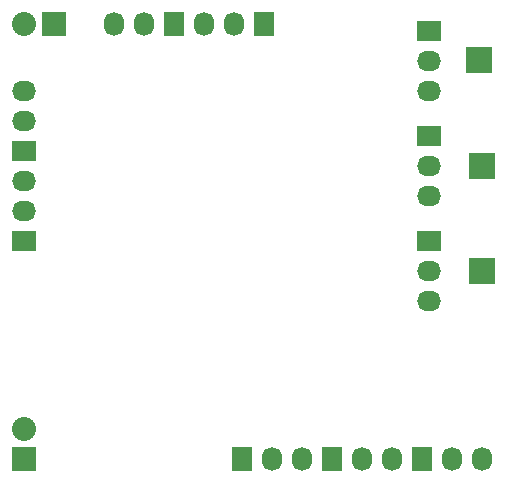
<source format=gbs>
%FSLAX46Y46*%
G04 Gerber Fmt 4.6, Leading zero omitted, Abs format (unit mm)*
G04 Created by KiCad (PCBNEW (2014-08-06 BZR 5059)-product) date 24/08/2014 20:45:46*
%MOMM*%
G01*
G04 APERTURE LIST*
%ADD10C,0.100000*%
%ADD11R,2.032000X2.032000*%
%ADD12O,2.032000X2.032000*%
%ADD13R,2.235200X2.235200*%
%ADD14R,2.032000X1.727200*%
%ADD15O,2.032000X1.727200*%
%ADD16R,1.727200X2.032000*%
%ADD17O,1.727200X2.032000*%
G04 APERTURE END LIST*
D10*
D11*
X94615000Y-46990000D03*
D12*
X92075000Y-46990000D03*
D11*
X92075000Y-83820000D03*
D12*
X92075000Y-81280000D03*
D13*
X130556000Y-50038000D03*
X130810000Y-59055000D03*
X130810000Y-67945000D03*
D14*
X92075000Y-57785000D03*
D15*
X92075000Y-55245000D03*
X92075000Y-52705000D03*
D14*
X92075000Y-65405000D03*
D15*
X92075000Y-62865000D03*
X92075000Y-60325000D03*
D16*
X104775000Y-46990000D03*
D17*
X102235000Y-46990000D03*
X99695000Y-46990000D03*
D16*
X112395000Y-46990000D03*
D17*
X109855000Y-46990000D03*
X107315000Y-46990000D03*
D14*
X126365000Y-47625000D03*
D15*
X126365000Y-50165000D03*
X126365000Y-52705000D03*
D14*
X126365000Y-56515000D03*
D15*
X126365000Y-59055000D03*
X126365000Y-61595000D03*
D14*
X126365000Y-65405000D03*
D15*
X126365000Y-67945000D03*
X126365000Y-70485000D03*
D16*
X110490000Y-83820000D03*
D17*
X113030000Y-83820000D03*
X115570000Y-83820000D03*
D16*
X118110000Y-83820000D03*
D17*
X120650000Y-83820000D03*
X123190000Y-83820000D03*
D16*
X125730000Y-83820000D03*
D17*
X128270000Y-83820000D03*
X130810000Y-83820000D03*
M02*

</source>
